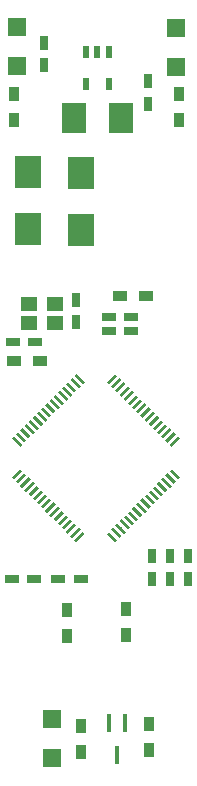
<source format=gbr>
G04 #@! TF.GenerationSoftware,KiCad,Pcbnew,5.0.2-bee76a0~70~ubuntu18.04.1*
G04 #@! TF.CreationDate,2019-01-02T21:11:22-05:00*
G04 #@! TF.ProjectId,stm32 prototype,73746d33-3220-4707-926f-746f74797065,rev?*
G04 #@! TF.SameCoordinates,Original*
G04 #@! TF.FileFunction,Paste,Top*
G04 #@! TF.FilePolarity,Positive*
%FSLAX46Y46*%
G04 Gerber Fmt 4.6, Leading zero omitted, Abs format (unit mm)*
G04 Created by KiCad (PCBNEW 5.0.2-bee76a0~70~ubuntu18.04.1) date Wed 02 Jan 2019 09:11:22 PM EST*
%MOMM*%
%LPD*%
G01*
G04 APERTURE LIST*
%ADD10C,0.250000*%
%ADD11C,0.100000*%
%ADD12R,1.500000X1.500000*%
%ADD13R,0.600000X1.050000*%
%ADD14R,1.400000X1.150000*%
%ADD15R,0.750000X1.200000*%
%ADD16R,1.200000X0.750000*%
%ADD17R,2.000000X2.500000*%
%ADD18R,0.450000X1.500000*%
%ADD19R,0.900000X1.200000*%
%ADD20R,1.200000X0.900000*%
%ADD21R,2.200000X2.800000*%
G04 APERTURE END LIST*
D10*
G04 #@! TO.C,U1*
X174098858Y-74767841D03*
D11*
G36*
X173833693Y-75209783D02*
X173656916Y-75033006D01*
X174364023Y-74325899D01*
X174540800Y-74502676D01*
X173833693Y-75209783D01*
X173833693Y-75209783D01*
G37*
D10*
X174452412Y-75121394D03*
D11*
G36*
X174187247Y-75563336D02*
X174010470Y-75386559D01*
X174717577Y-74679452D01*
X174894354Y-74856229D01*
X174187247Y-75563336D01*
X174187247Y-75563336D01*
G37*
D10*
X174805965Y-75474948D03*
D11*
G36*
X174540800Y-75916890D02*
X174364023Y-75740113D01*
X175071130Y-75033006D01*
X175247907Y-75209783D01*
X174540800Y-75916890D01*
X174540800Y-75916890D01*
G37*
D10*
X175159518Y-75828501D03*
D11*
G36*
X174894353Y-76270443D02*
X174717576Y-76093666D01*
X175424683Y-75386559D01*
X175601460Y-75563336D01*
X174894353Y-76270443D01*
X174894353Y-76270443D01*
G37*
D10*
X175513072Y-76182054D03*
D11*
G36*
X175247907Y-76623996D02*
X175071130Y-76447219D01*
X175778237Y-75740112D01*
X175955014Y-75916889D01*
X175247907Y-76623996D01*
X175247907Y-76623996D01*
G37*
D10*
X175866625Y-76535608D03*
D11*
G36*
X175601460Y-76977550D02*
X175424683Y-76800773D01*
X176131790Y-76093666D01*
X176308567Y-76270443D01*
X175601460Y-76977550D01*
X175601460Y-76977550D01*
G37*
D10*
X176220179Y-76889161D03*
D11*
G36*
X175955014Y-77331103D02*
X175778237Y-77154326D01*
X176485344Y-76447219D01*
X176662121Y-76623996D01*
X175955014Y-77331103D01*
X175955014Y-77331103D01*
G37*
D10*
X176573732Y-77242715D03*
D11*
G36*
X176308567Y-77684657D02*
X176131790Y-77507880D01*
X176838897Y-76800773D01*
X177015674Y-76977550D01*
X176308567Y-77684657D01*
X176308567Y-77684657D01*
G37*
D10*
X176927285Y-77596268D03*
D11*
G36*
X176662120Y-78038210D02*
X176485343Y-77861433D01*
X177192450Y-77154326D01*
X177369227Y-77331103D01*
X176662120Y-78038210D01*
X176662120Y-78038210D01*
G37*
D10*
X177280839Y-77949821D03*
D11*
G36*
X177015674Y-78391763D02*
X176838897Y-78214986D01*
X177546004Y-77507879D01*
X177722781Y-77684656D01*
X177015674Y-78391763D01*
X177015674Y-78391763D01*
G37*
D10*
X177634392Y-78303375D03*
D11*
G36*
X177369227Y-78745317D02*
X177192450Y-78568540D01*
X177899557Y-77861433D01*
X178076334Y-78038210D01*
X177369227Y-78745317D01*
X177369227Y-78745317D01*
G37*
D10*
X177987946Y-78656928D03*
D11*
G36*
X177722781Y-79098870D02*
X177546004Y-78922093D01*
X178253111Y-78214986D01*
X178429888Y-78391763D01*
X177722781Y-79098870D01*
X177722781Y-79098870D01*
G37*
D10*
X178341499Y-79010482D03*
D11*
G36*
X178076334Y-79452424D02*
X177899557Y-79275647D01*
X178606664Y-78568540D01*
X178783441Y-78745317D01*
X178076334Y-79452424D01*
X178076334Y-79452424D01*
G37*
D10*
X178695052Y-79364035D03*
D11*
G36*
X178429887Y-79805977D02*
X178253110Y-79629200D01*
X178960217Y-78922093D01*
X179136994Y-79098870D01*
X178429887Y-79805977D01*
X178429887Y-79805977D01*
G37*
D10*
X179048606Y-79717588D03*
D11*
G36*
X178783441Y-80159530D02*
X178606664Y-79982753D01*
X179313771Y-79275646D01*
X179490548Y-79452423D01*
X178783441Y-80159530D01*
X178783441Y-80159530D01*
G37*
D10*
X179402159Y-80071142D03*
D11*
G36*
X179136994Y-80513084D02*
X178960217Y-80336307D01*
X179667324Y-79629200D01*
X179844101Y-79805977D01*
X179136994Y-80513084D01*
X179136994Y-80513084D01*
G37*
D10*
X179402159Y-82828858D03*
D11*
G36*
X178960217Y-82563693D02*
X179136994Y-82386916D01*
X179844101Y-83094023D01*
X179667324Y-83270800D01*
X178960217Y-82563693D01*
X178960217Y-82563693D01*
G37*
D10*
X179048606Y-83182412D03*
D11*
G36*
X178606664Y-82917247D02*
X178783441Y-82740470D01*
X179490548Y-83447577D01*
X179313771Y-83624354D01*
X178606664Y-82917247D01*
X178606664Y-82917247D01*
G37*
D10*
X178695052Y-83535965D03*
D11*
G36*
X178253110Y-83270800D02*
X178429887Y-83094023D01*
X179136994Y-83801130D01*
X178960217Y-83977907D01*
X178253110Y-83270800D01*
X178253110Y-83270800D01*
G37*
D10*
X178341499Y-83889518D03*
D11*
G36*
X177899557Y-83624353D02*
X178076334Y-83447576D01*
X178783441Y-84154683D01*
X178606664Y-84331460D01*
X177899557Y-83624353D01*
X177899557Y-83624353D01*
G37*
D10*
X177987946Y-84243072D03*
D11*
G36*
X177546004Y-83977907D02*
X177722781Y-83801130D01*
X178429888Y-84508237D01*
X178253111Y-84685014D01*
X177546004Y-83977907D01*
X177546004Y-83977907D01*
G37*
D10*
X177634392Y-84596625D03*
D11*
G36*
X177192450Y-84331460D02*
X177369227Y-84154683D01*
X178076334Y-84861790D01*
X177899557Y-85038567D01*
X177192450Y-84331460D01*
X177192450Y-84331460D01*
G37*
D10*
X177280839Y-84950179D03*
D11*
G36*
X176838897Y-84685014D02*
X177015674Y-84508237D01*
X177722781Y-85215344D01*
X177546004Y-85392121D01*
X176838897Y-84685014D01*
X176838897Y-84685014D01*
G37*
D10*
X176927285Y-85303732D03*
D11*
G36*
X176485343Y-85038567D02*
X176662120Y-84861790D01*
X177369227Y-85568897D01*
X177192450Y-85745674D01*
X176485343Y-85038567D01*
X176485343Y-85038567D01*
G37*
D10*
X176573732Y-85657285D03*
D11*
G36*
X176131790Y-85392120D02*
X176308567Y-85215343D01*
X177015674Y-85922450D01*
X176838897Y-86099227D01*
X176131790Y-85392120D01*
X176131790Y-85392120D01*
G37*
D10*
X176220179Y-86010839D03*
D11*
G36*
X175778237Y-85745674D02*
X175955014Y-85568897D01*
X176662121Y-86276004D01*
X176485344Y-86452781D01*
X175778237Y-85745674D01*
X175778237Y-85745674D01*
G37*
D10*
X175866625Y-86364392D03*
D11*
G36*
X175424683Y-86099227D02*
X175601460Y-85922450D01*
X176308567Y-86629557D01*
X176131790Y-86806334D01*
X175424683Y-86099227D01*
X175424683Y-86099227D01*
G37*
D10*
X175513072Y-86717946D03*
D11*
G36*
X175071130Y-86452781D02*
X175247907Y-86276004D01*
X175955014Y-86983111D01*
X175778237Y-87159888D01*
X175071130Y-86452781D01*
X175071130Y-86452781D01*
G37*
D10*
X175159518Y-87071499D03*
D11*
G36*
X174717576Y-86806334D02*
X174894353Y-86629557D01*
X175601460Y-87336664D01*
X175424683Y-87513441D01*
X174717576Y-86806334D01*
X174717576Y-86806334D01*
G37*
D10*
X174805965Y-87425052D03*
D11*
G36*
X174364023Y-87159887D02*
X174540800Y-86983110D01*
X175247907Y-87690217D01*
X175071130Y-87866994D01*
X174364023Y-87159887D01*
X174364023Y-87159887D01*
G37*
D10*
X174452412Y-87778606D03*
D11*
G36*
X174010470Y-87513441D02*
X174187247Y-87336664D01*
X174894354Y-88043771D01*
X174717577Y-88220548D01*
X174010470Y-87513441D01*
X174010470Y-87513441D01*
G37*
D10*
X174098858Y-88132159D03*
D11*
G36*
X173656916Y-87866994D02*
X173833693Y-87690217D01*
X174540800Y-88397324D01*
X174364023Y-88574101D01*
X173656916Y-87866994D01*
X173656916Y-87866994D01*
G37*
D10*
X171341142Y-88132159D03*
D11*
G36*
X171075977Y-88574101D02*
X170899200Y-88397324D01*
X171606307Y-87690217D01*
X171783084Y-87866994D01*
X171075977Y-88574101D01*
X171075977Y-88574101D01*
G37*
D10*
X170987588Y-87778606D03*
D11*
G36*
X170722423Y-88220548D02*
X170545646Y-88043771D01*
X171252753Y-87336664D01*
X171429530Y-87513441D01*
X170722423Y-88220548D01*
X170722423Y-88220548D01*
G37*
D10*
X170634035Y-87425052D03*
D11*
G36*
X170368870Y-87866994D02*
X170192093Y-87690217D01*
X170899200Y-86983110D01*
X171075977Y-87159887D01*
X170368870Y-87866994D01*
X170368870Y-87866994D01*
G37*
D10*
X170280482Y-87071499D03*
D11*
G36*
X170015317Y-87513441D02*
X169838540Y-87336664D01*
X170545647Y-86629557D01*
X170722424Y-86806334D01*
X170015317Y-87513441D01*
X170015317Y-87513441D01*
G37*
D10*
X169926928Y-86717946D03*
D11*
G36*
X169661763Y-87159888D02*
X169484986Y-86983111D01*
X170192093Y-86276004D01*
X170368870Y-86452781D01*
X169661763Y-87159888D01*
X169661763Y-87159888D01*
G37*
D10*
X169573375Y-86364392D03*
D11*
G36*
X169308210Y-86806334D02*
X169131433Y-86629557D01*
X169838540Y-85922450D01*
X170015317Y-86099227D01*
X169308210Y-86806334D01*
X169308210Y-86806334D01*
G37*
D10*
X169219821Y-86010839D03*
D11*
G36*
X168954656Y-86452781D02*
X168777879Y-86276004D01*
X169484986Y-85568897D01*
X169661763Y-85745674D01*
X168954656Y-86452781D01*
X168954656Y-86452781D01*
G37*
D10*
X168866268Y-85657285D03*
D11*
G36*
X168601103Y-86099227D02*
X168424326Y-85922450D01*
X169131433Y-85215343D01*
X169308210Y-85392120D01*
X168601103Y-86099227D01*
X168601103Y-86099227D01*
G37*
D10*
X168512715Y-85303732D03*
D11*
G36*
X168247550Y-85745674D02*
X168070773Y-85568897D01*
X168777880Y-84861790D01*
X168954657Y-85038567D01*
X168247550Y-85745674D01*
X168247550Y-85745674D01*
G37*
D10*
X168159161Y-84950179D03*
D11*
G36*
X167893996Y-85392121D02*
X167717219Y-85215344D01*
X168424326Y-84508237D01*
X168601103Y-84685014D01*
X167893996Y-85392121D01*
X167893996Y-85392121D01*
G37*
D10*
X167805608Y-84596625D03*
D11*
G36*
X167540443Y-85038567D02*
X167363666Y-84861790D01*
X168070773Y-84154683D01*
X168247550Y-84331460D01*
X167540443Y-85038567D01*
X167540443Y-85038567D01*
G37*
D10*
X167452054Y-84243072D03*
D11*
G36*
X167186889Y-84685014D02*
X167010112Y-84508237D01*
X167717219Y-83801130D01*
X167893996Y-83977907D01*
X167186889Y-84685014D01*
X167186889Y-84685014D01*
G37*
D10*
X167098501Y-83889518D03*
D11*
G36*
X166833336Y-84331460D02*
X166656559Y-84154683D01*
X167363666Y-83447576D01*
X167540443Y-83624353D01*
X166833336Y-84331460D01*
X166833336Y-84331460D01*
G37*
D10*
X166744948Y-83535965D03*
D11*
G36*
X166479783Y-83977907D02*
X166303006Y-83801130D01*
X167010113Y-83094023D01*
X167186890Y-83270800D01*
X166479783Y-83977907D01*
X166479783Y-83977907D01*
G37*
D10*
X166391394Y-83182412D03*
D11*
G36*
X166126229Y-83624354D02*
X165949452Y-83447577D01*
X166656559Y-82740470D01*
X166833336Y-82917247D01*
X166126229Y-83624354D01*
X166126229Y-83624354D01*
G37*
D10*
X166037841Y-82828858D03*
D11*
G36*
X165772676Y-83270800D02*
X165595899Y-83094023D01*
X166303006Y-82386916D01*
X166479783Y-82563693D01*
X165772676Y-83270800D01*
X165772676Y-83270800D01*
G37*
D10*
X166037841Y-80071142D03*
D11*
G36*
X165595899Y-79805977D02*
X165772676Y-79629200D01*
X166479783Y-80336307D01*
X166303006Y-80513084D01*
X165595899Y-79805977D01*
X165595899Y-79805977D01*
G37*
D10*
X166391394Y-79717588D03*
D11*
G36*
X165949452Y-79452423D02*
X166126229Y-79275646D01*
X166833336Y-79982753D01*
X166656559Y-80159530D01*
X165949452Y-79452423D01*
X165949452Y-79452423D01*
G37*
D10*
X166744948Y-79364035D03*
D11*
G36*
X166303006Y-79098870D02*
X166479783Y-78922093D01*
X167186890Y-79629200D01*
X167010113Y-79805977D01*
X166303006Y-79098870D01*
X166303006Y-79098870D01*
G37*
D10*
X167098501Y-79010482D03*
D11*
G36*
X166656559Y-78745317D02*
X166833336Y-78568540D01*
X167540443Y-79275647D01*
X167363666Y-79452424D01*
X166656559Y-78745317D01*
X166656559Y-78745317D01*
G37*
D10*
X167452054Y-78656928D03*
D11*
G36*
X167010112Y-78391763D02*
X167186889Y-78214986D01*
X167893996Y-78922093D01*
X167717219Y-79098870D01*
X167010112Y-78391763D01*
X167010112Y-78391763D01*
G37*
D10*
X167805608Y-78303375D03*
D11*
G36*
X167363666Y-78038210D02*
X167540443Y-77861433D01*
X168247550Y-78568540D01*
X168070773Y-78745317D01*
X167363666Y-78038210D01*
X167363666Y-78038210D01*
G37*
D10*
X168159161Y-77949821D03*
D11*
G36*
X167717219Y-77684656D02*
X167893996Y-77507879D01*
X168601103Y-78214986D01*
X168424326Y-78391763D01*
X167717219Y-77684656D01*
X167717219Y-77684656D01*
G37*
D10*
X168512715Y-77596268D03*
D11*
G36*
X168070773Y-77331103D02*
X168247550Y-77154326D01*
X168954657Y-77861433D01*
X168777880Y-78038210D01*
X168070773Y-77331103D01*
X168070773Y-77331103D01*
G37*
D10*
X168866268Y-77242715D03*
D11*
G36*
X168424326Y-76977550D02*
X168601103Y-76800773D01*
X169308210Y-77507880D01*
X169131433Y-77684657D01*
X168424326Y-76977550D01*
X168424326Y-76977550D01*
G37*
D10*
X169219821Y-76889161D03*
D11*
G36*
X168777879Y-76623996D02*
X168954656Y-76447219D01*
X169661763Y-77154326D01*
X169484986Y-77331103D01*
X168777879Y-76623996D01*
X168777879Y-76623996D01*
G37*
D10*
X169573375Y-76535608D03*
D11*
G36*
X169131433Y-76270443D02*
X169308210Y-76093666D01*
X170015317Y-76800773D01*
X169838540Y-76977550D01*
X169131433Y-76270443D01*
X169131433Y-76270443D01*
G37*
D10*
X169926928Y-76182054D03*
D11*
G36*
X169484986Y-75916889D02*
X169661763Y-75740112D01*
X170368870Y-76447219D01*
X170192093Y-76623996D01*
X169484986Y-75916889D01*
X169484986Y-75916889D01*
G37*
D10*
X170280482Y-75828501D03*
D11*
G36*
X169838540Y-75563336D02*
X170015317Y-75386559D01*
X170722424Y-76093666D01*
X170545647Y-76270443D01*
X169838540Y-75563336D01*
X169838540Y-75563336D01*
G37*
D10*
X170634035Y-75474948D03*
D11*
G36*
X170192093Y-75209783D02*
X170368870Y-75033006D01*
X171075977Y-75740113D01*
X170899200Y-75916890D01*
X170192093Y-75209783D01*
X170192093Y-75209783D01*
G37*
D10*
X170987588Y-75121394D03*
D11*
G36*
X170545646Y-74856229D02*
X170722423Y-74679452D01*
X171429530Y-75386559D01*
X171252753Y-75563336D01*
X170545646Y-74856229D01*
X170545646Y-74856229D01*
G37*
D10*
X171341142Y-74767841D03*
D11*
G36*
X170899200Y-74502676D02*
X171075977Y-74325899D01*
X171783084Y-75033006D01*
X171606307Y-75209783D01*
X170899200Y-74502676D01*
X170899200Y-74502676D01*
G37*
G04 #@! TD*
D12*
G04 #@! TO.C,D4*
X169000000Y-103600000D03*
X169000000Y-106900000D03*
G04 #@! TD*
G04 #@! TO.C,3v3*
X166000000Y-45000000D03*
X166000000Y-48300000D03*
G04 #@! TD*
G04 #@! TO.C,5v*
X179500000Y-48400000D03*
X179500000Y-45100000D03*
G04 #@! TD*
D13*
G04 #@! TO.C,U7*
X173802813Y-49769416D03*
X171902813Y-49769416D03*
X171902813Y-47069416D03*
X172852813Y-47069416D03*
X173802813Y-47069416D03*
G04 #@! TD*
D14*
G04 #@! TO.C,Y2*
X167050000Y-68400000D03*
X169250000Y-68400000D03*
X169250000Y-70000000D03*
X167050000Y-70000000D03*
G04 #@! TD*
D15*
G04 #@! TO.C,C1*
X179000000Y-89800000D03*
X179000000Y-91700000D03*
G04 #@! TD*
D16*
G04 #@! TO.C,C13*
X167500000Y-91750000D03*
X165600000Y-91750000D03*
G04 #@! TD*
D15*
G04 #@! TO.C,C14*
X177500000Y-91700000D03*
X177500000Y-89800000D03*
G04 #@! TD*
G04 #@! TO.C,C15*
X171000000Y-68050000D03*
X171000000Y-69950000D03*
G04 #@! TD*
D16*
G04 #@! TO.C,C17*
X165670000Y-71675000D03*
X167570000Y-71675000D03*
G04 #@! TD*
G04 #@! TO.C,C18*
X173800000Y-69500000D03*
X175700000Y-69500000D03*
G04 #@! TD*
G04 #@! TO.C,C21*
X171450000Y-91750000D03*
X169550000Y-91750000D03*
G04 #@! TD*
D15*
G04 #@! TO.C,C22*
X180500000Y-91700000D03*
X180500000Y-89800000D03*
G04 #@! TD*
D16*
G04 #@! TO.C,C23*
X175700000Y-70750000D03*
X173800000Y-70750000D03*
G04 #@! TD*
D15*
G04 #@! TO.C,C42*
X177115000Y-49585000D03*
X177115000Y-51485000D03*
G04 #@! TD*
G04 #@! TO.C,C43*
X168363000Y-46293000D03*
X168363000Y-48193000D03*
G04 #@! TD*
D17*
G04 #@! TO.C,L3*
X174852813Y-52669416D03*
X170852813Y-52669416D03*
G04 #@! TD*
D18*
G04 #@! TO.C,Q1*
X174500000Y-106580000D03*
X173850000Y-103920000D03*
X175150000Y-103920000D03*
G04 #@! TD*
D19*
G04 #@! TO.C,R1*
X177250000Y-106200000D03*
X177250000Y-104000000D03*
G04 #@! TD*
G04 #@! TO.C,R2*
X171500000Y-104150000D03*
X171500000Y-106350000D03*
G04 #@! TD*
D20*
G04 #@! TO.C,R5*
X177000000Y-67750000D03*
X174800000Y-67750000D03*
G04 #@! TD*
D19*
G04 #@! TO.C,R6*
X175250000Y-96450000D03*
X175250000Y-94250000D03*
G04 #@! TD*
D20*
G04 #@! TO.C,R7*
X165800000Y-73250000D03*
X168000000Y-73250000D03*
G04 #@! TD*
D19*
G04 #@! TO.C,R8*
X170250000Y-94300000D03*
X170250000Y-96500000D03*
G04 #@! TD*
G04 #@! TO.C,R50*
X165750000Y-52850000D03*
X165750000Y-50650000D03*
G04 #@! TD*
G04 #@! TO.C,R51*
X179750000Y-50650000D03*
X179750000Y-52850000D03*
G04 #@! TD*
D21*
G04 #@! TO.C,RESET*
X171500000Y-62150000D03*
X171500000Y-57350000D03*
G04 #@! TD*
G04 #@! TO.C,PC13*
X167000000Y-62050000D03*
X167000000Y-57250000D03*
G04 #@! TD*
M02*

</source>
